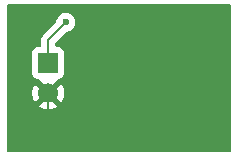
<source format=gbr>
%TF.GenerationSoftware,KiCad,Pcbnew,9.0.2*%
%TF.CreationDate,2025-06-05T19:52:50+05:30*%
%TF.ProjectId,Ohms law 2 layers,4f686d73-206c-4617-9720-32206c617965,rev?*%
%TF.SameCoordinates,Original*%
%TF.FileFunction,Copper,L1,Top*%
%TF.FilePolarity,Positive*%
%FSLAX46Y46*%
G04 Gerber Fmt 4.6, Leading zero omitted, Abs format (unit mm)*
G04 Created by KiCad (PCBNEW 9.0.2) date 2025-06-05 19:52:50*
%MOMM*%
%LPD*%
G01*
G04 APERTURE LIST*
%TA.AperFunction,ComponentPad*%
%ADD10R,1.700000X1.700000*%
%TD*%
%TA.AperFunction,ComponentPad*%
%ADD11C,1.700000*%
%TD*%
%TA.AperFunction,ViaPad*%
%ADD12C,0.600000*%
%TD*%
%TA.AperFunction,Conductor*%
%ADD13C,0.200000*%
%TD*%
G04 APERTURE END LIST*
D10*
%TO.P,V1,1*%
%TO.N,Net-(R1-Pad1)*%
X179000000Y-109960000D03*
D11*
%TO.P,V1,2*%
%TO.N,GND*%
X179000000Y-112500000D03*
%TD*%
D12*
%TO.N,GND*%
X191000000Y-115500000D03*
%TO.N,Net-(R1-Pad1)*%
X180500000Y-106500000D03*
%TD*%
D13*
%TO.N,GND*%
X179000000Y-115000000D02*
X179000000Y-112500000D01*
X179500000Y-115500000D02*
X179000000Y-115000000D01*
X191000000Y-115500000D02*
X179500000Y-115500000D01*
%TO.N,Net-(R1-Pad1)*%
X179000000Y-108000000D02*
X180500000Y-106500000D01*
X179000000Y-109960000D02*
X179000000Y-108000000D01*
%TD*%
%TA.AperFunction,Conductor*%
%TO.N,GND*%
G36*
X194442539Y-105020185D02*
G01*
X194488294Y-105072989D01*
X194499500Y-105124500D01*
X194499500Y-117375500D01*
X194479815Y-117442539D01*
X194427011Y-117488294D01*
X194375500Y-117499500D01*
X175624500Y-117499500D01*
X175557461Y-117479815D01*
X175511706Y-117427011D01*
X175500500Y-117375500D01*
X175500500Y-109062135D01*
X177649500Y-109062135D01*
X177649500Y-110857870D01*
X177649501Y-110857876D01*
X177655908Y-110917483D01*
X177706202Y-111052328D01*
X177706206Y-111052335D01*
X177792452Y-111167544D01*
X177792455Y-111167547D01*
X177907664Y-111253793D01*
X177907671Y-111253797D01*
X177952618Y-111270561D01*
X178042517Y-111304091D01*
X178102127Y-111310500D01*
X178112685Y-111310499D01*
X178179723Y-111330179D01*
X178200372Y-111346818D01*
X178870591Y-112017037D01*
X178807007Y-112034075D01*
X178692993Y-112099901D01*
X178599901Y-112192993D01*
X178534075Y-112307007D01*
X178517037Y-112370591D01*
X177884728Y-111738282D01*
X177884727Y-111738282D01*
X177845380Y-111792439D01*
X177748904Y-111981782D01*
X177683242Y-112183869D01*
X177683242Y-112183872D01*
X177650000Y-112393753D01*
X177650000Y-112606246D01*
X177683242Y-112816127D01*
X177683242Y-112816130D01*
X177748904Y-113018217D01*
X177845375Y-113207550D01*
X177884728Y-113261716D01*
X178517036Y-112629407D01*
X178534075Y-112692993D01*
X178599901Y-112807007D01*
X178692993Y-112900099D01*
X178807007Y-112965925D01*
X178870590Y-112982962D01*
X178238282Y-113615269D01*
X178238282Y-113615270D01*
X178292449Y-113654624D01*
X178481782Y-113751095D01*
X178683870Y-113816757D01*
X178893754Y-113850000D01*
X179106246Y-113850000D01*
X179316127Y-113816757D01*
X179316130Y-113816757D01*
X179518217Y-113751095D01*
X179707554Y-113654622D01*
X179761716Y-113615270D01*
X179761717Y-113615270D01*
X179129408Y-112982962D01*
X179192993Y-112965925D01*
X179307007Y-112900099D01*
X179400099Y-112807007D01*
X179465925Y-112692993D01*
X179482962Y-112629408D01*
X180115270Y-113261717D01*
X180115270Y-113261716D01*
X180154622Y-113207554D01*
X180251095Y-113018217D01*
X180316757Y-112816130D01*
X180316757Y-112816127D01*
X180350000Y-112606246D01*
X180350000Y-112393753D01*
X180316757Y-112183872D01*
X180316757Y-112183869D01*
X180251095Y-111981782D01*
X180154624Y-111792449D01*
X180115270Y-111738282D01*
X180115269Y-111738282D01*
X179482962Y-112370590D01*
X179465925Y-112307007D01*
X179400099Y-112192993D01*
X179307007Y-112099901D01*
X179192993Y-112034075D01*
X179129409Y-112017037D01*
X179799627Y-111346818D01*
X179860950Y-111313333D01*
X179887307Y-111310499D01*
X179897872Y-111310499D01*
X179957483Y-111304091D01*
X180092331Y-111253796D01*
X180207546Y-111167546D01*
X180293796Y-111052331D01*
X180344091Y-110917483D01*
X180350500Y-110857873D01*
X180350499Y-109062128D01*
X180344091Y-109002517D01*
X180293796Y-108867669D01*
X180293795Y-108867668D01*
X180293793Y-108867664D01*
X180207547Y-108752455D01*
X180207544Y-108752452D01*
X180092335Y-108666206D01*
X180092328Y-108666202D01*
X179957482Y-108615908D01*
X179957483Y-108615908D01*
X179897883Y-108609501D01*
X179897881Y-108609500D01*
X179897873Y-108609500D01*
X179897865Y-108609500D01*
X179724500Y-108609500D01*
X179715814Y-108606949D01*
X179706853Y-108608238D01*
X179682812Y-108597259D01*
X179657461Y-108589815D01*
X179651533Y-108582974D01*
X179643297Y-108579213D01*
X179629007Y-108556978D01*
X179611706Y-108537011D01*
X179609418Y-108526496D01*
X179605523Y-108520435D01*
X179600500Y-108485500D01*
X179600500Y-108300097D01*
X179620185Y-108233058D01*
X179636819Y-108212416D01*
X179928292Y-107920943D01*
X180514662Y-107334572D01*
X180575983Y-107301089D01*
X180578150Y-107300638D01*
X180636085Y-107289113D01*
X180733497Y-107269737D01*
X180879179Y-107209394D01*
X181010289Y-107121789D01*
X181121789Y-107010289D01*
X181209394Y-106879179D01*
X181269737Y-106733497D01*
X181300500Y-106578842D01*
X181300500Y-106421158D01*
X181300500Y-106421155D01*
X181300499Y-106421153D01*
X181269738Y-106266510D01*
X181269738Y-106266508D01*
X181269737Y-106266503D01*
X181269735Y-106266498D01*
X181209397Y-106120827D01*
X181209390Y-106120814D01*
X181121789Y-105989711D01*
X181121786Y-105989707D01*
X181010292Y-105878213D01*
X181010288Y-105878210D01*
X180879185Y-105790609D01*
X180879172Y-105790602D01*
X180733501Y-105730264D01*
X180733489Y-105730261D01*
X180578845Y-105699500D01*
X180578842Y-105699500D01*
X180421158Y-105699500D01*
X180421155Y-105699500D01*
X180266510Y-105730261D01*
X180266498Y-105730264D01*
X180120827Y-105790602D01*
X180120814Y-105790609D01*
X179989711Y-105878210D01*
X179989707Y-105878213D01*
X179878213Y-105989707D01*
X179878210Y-105989711D01*
X179790609Y-106120814D01*
X179790602Y-106120827D01*
X179730264Y-106266498D01*
X179730261Y-106266508D01*
X179699361Y-106421850D01*
X179666976Y-106483761D01*
X179665425Y-106485339D01*
X178519481Y-107631282D01*
X178519479Y-107631285D01*
X178469361Y-107718094D01*
X178469359Y-107718096D01*
X178440425Y-107768209D01*
X178440424Y-107768210D01*
X178440423Y-107768215D01*
X178399499Y-107920943D01*
X178399499Y-107920945D01*
X178399499Y-108089046D01*
X178399500Y-108089059D01*
X178399500Y-108485500D01*
X178379815Y-108552539D01*
X178327011Y-108598294D01*
X178275501Y-108609500D01*
X178102130Y-108609500D01*
X178102123Y-108609501D01*
X178042516Y-108615908D01*
X177907671Y-108666202D01*
X177907664Y-108666206D01*
X177792455Y-108752452D01*
X177792452Y-108752455D01*
X177706206Y-108867664D01*
X177706202Y-108867671D01*
X177655908Y-109002517D01*
X177649501Y-109062116D01*
X177649501Y-109062123D01*
X177649500Y-109062135D01*
X175500500Y-109062135D01*
X175500500Y-105124500D01*
X175520185Y-105057461D01*
X175572989Y-105011706D01*
X175624500Y-105000500D01*
X194375500Y-105000500D01*
X194442539Y-105020185D01*
G37*
%TD.AperFunction*%
%TD*%
M02*

</source>
